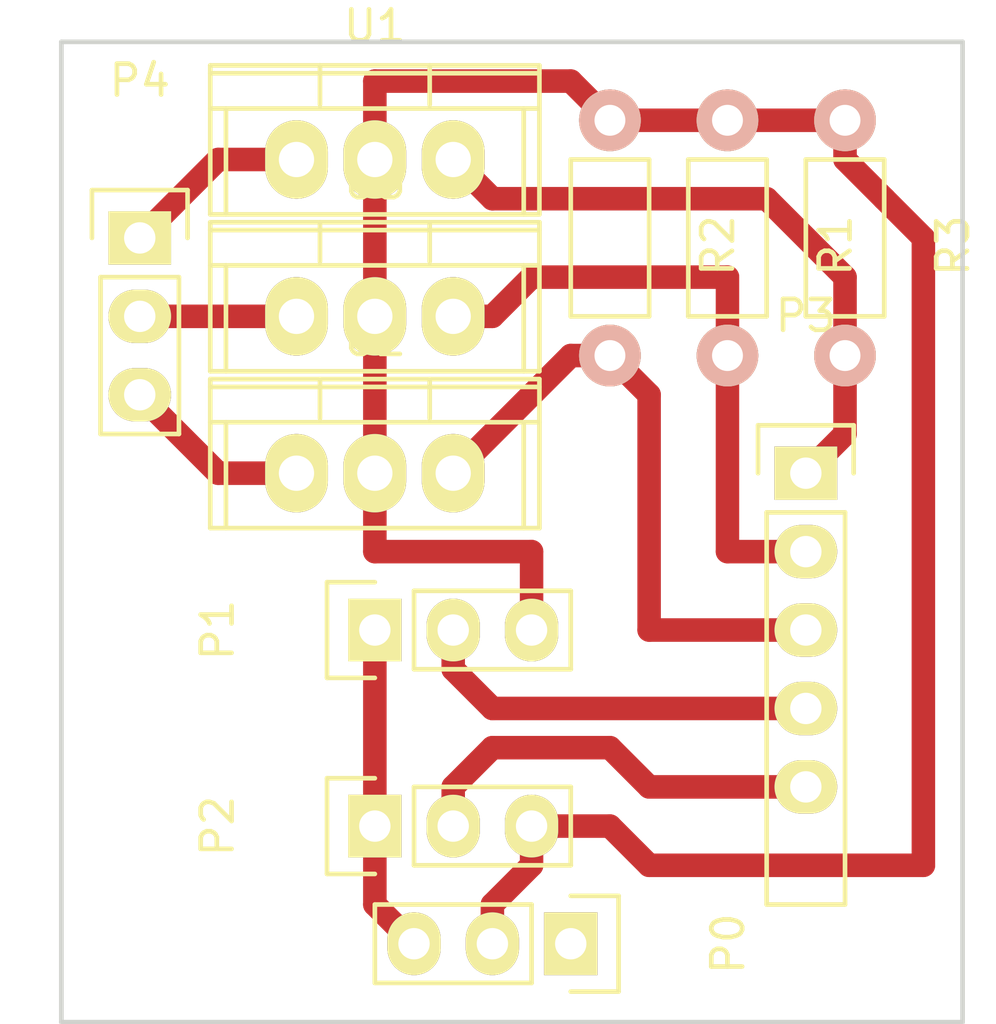
<source format=kicad_pcb>
(kicad_pcb (version 4) (host pcbnew 4.0.2+dfsg1-stable)

  (general
    (links 21)
    (no_connects 0)
    (area 134.820238 84.527 167.81262 118.259286)
    (thickness 1.6)
    (drawings 4)
    (tracks 53)
    (zones 0)
    (modules 11)
    (nets 12)
  )

  (page A4)
  (layers
    (0 F.Cu signal)
    (31 B.Cu signal)
    (32 B.Adhes user)
    (33 F.Adhes user)
    (34 B.Paste user)
    (35 F.Paste user)
    (36 B.SilkS user)
    (37 F.SilkS user)
    (38 B.Mask user)
    (39 F.Mask user)
    (40 Dwgs.User user)
    (41 Cmts.User user)
    (42 Eco1.User user)
    (43 Eco2.User user)
    (44 Edge.Cuts user)
    (45 Margin user)
    (46 B.CrtYd user)
    (47 F.CrtYd user)
    (48 B.Fab user)
    (49 F.Fab user)
  )

  (setup
    (last_trace_width 0.8)
    (trace_clearance 0.4)
    (zone_clearance 0.508)
    (zone_45_only no)
    (trace_min 0.2)
    (segment_width 0.2)
    (edge_width 0.15)
    (via_size 0.6)
    (via_drill 0.4)
    (via_min_size 0.4)
    (via_min_drill 0.3)
    (uvia_size 0.3)
    (uvia_drill 0.1)
    (uvias_allowed no)
    (uvia_min_size 0.2)
    (uvia_min_drill 0.1)
    (pcb_text_width 0.3)
    (pcb_text_size 1.5 1.5)
    (mod_edge_width 0.15)
    (mod_text_size 1 1)
    (mod_text_width 0.15)
    (pad_size 1.524 1.524)
    (pad_drill 0.762)
    (pad_to_mask_clearance 0.2)
    (aux_axis_origin 0 0)
    (visible_elements 7FFFFFFF)
    (pcbplotparams
      (layerselection 0x00030_80000001)
      (usegerberextensions false)
      (excludeedgelayer true)
      (linewidth 0.100000)
      (plotframeref false)
      (viasonmask false)
      (mode 1)
      (useauxorigin false)
      (hpglpennumber 1)
      (hpglpenspeed 20)
      (hpglpendiameter 15)
      (hpglpenoverlay 2)
      (psnegative false)
      (psa4output false)
      (plotreference true)
      (plotvalue true)
      (plotinvisibletext false)
      (padsonsilk false)
      (subtractmaskfromsilk false)
      (outputformat 1)
      (mirror false)
      (drillshape 1)
      (scaleselection 1)
      (outputdirectory output/))
  )

  (net 0 "")
  (net 1 "Net-(P0-Pad1)")
  (net 2 "Net-(P0-Pad2)")
  (net 3 "Net-(P0-Pad3)")
  (net 4 "Net-(P1-Pad2)")
  (net 5 "Net-(P2-Pad2)")
  (net 6 "Net-(P3-Pad1)")
  (net 7 "Net-(P3-Pad2)")
  (net 8 "Net-(P3-Pad3)")
  (net 9 "Net-(P4-Pad1)")
  (net 10 "Net-(P4-Pad2)")
  (net 11 "Net-(P4-Pad3)")

  (net_class Default "This is the default net class."
    (clearance 0.4)
    (trace_width 0.8)
    (via_dia 0.6)
    (via_drill 0.4)
    (uvia_dia 0.3)
    (uvia_drill 0.1)
  )

  (net_class Smaller ""
    (clearance 0.4)
    (trace_width 0.8)
    (via_dia 0.6)
    (via_drill 0.4)
    (uvia_dia 0.3)
    (uvia_drill 0.1)
  )

  (net_class Toner ""
    (clearance 0.381)
    (trace_width 0.762)
    (via_dia 0.6)
    (via_drill 0.4)
    (uvia_dia 0.3)
    (uvia_drill 0.1)
    (add_net "Net-(P0-Pad1)")
    (add_net "Net-(P0-Pad2)")
    (add_net "Net-(P0-Pad3)")
    (add_net "Net-(P1-Pad2)")
    (add_net "Net-(P2-Pad2)")
    (add_net "Net-(P3-Pad1)")
    (add_net "Net-(P3-Pad2)")
    (add_net "Net-(P3-Pad3)")
    (add_net "Net-(P4-Pad1)")
    (add_net "Net-(P4-Pad2)")
    (add_net "Net-(P4-Pad3)")
  )

  (module Pin_Headers:Pin_Header_Straight_1x03 (layer F.Cu) (tedit 0) (tstamp 58493356)
    (at 153.67 115.57 270)
    (descr "Through hole pin header")
    (tags "pin header")
    (path /5844AF75)
    (fp_text reference P0 (at 0 -5.1 270) (layer F.SilkS)
      (effects (font (size 1 1) (thickness 0.15)))
    )
    (fp_text value Power (at 0 -3.1 270) (layer F.Fab)
      (effects (font (size 1 1) (thickness 0.15)))
    )
    (fp_line (start -1.75 -1.75) (end -1.75 6.85) (layer F.CrtYd) (width 0.05))
    (fp_line (start 1.75 -1.75) (end 1.75 6.85) (layer F.CrtYd) (width 0.05))
    (fp_line (start -1.75 -1.75) (end 1.75 -1.75) (layer F.CrtYd) (width 0.05))
    (fp_line (start -1.75 6.85) (end 1.75 6.85) (layer F.CrtYd) (width 0.05))
    (fp_line (start -1.27 1.27) (end -1.27 6.35) (layer F.SilkS) (width 0.15))
    (fp_line (start -1.27 6.35) (end 1.27 6.35) (layer F.SilkS) (width 0.15))
    (fp_line (start 1.27 6.35) (end 1.27 1.27) (layer F.SilkS) (width 0.15))
    (fp_line (start 1.55 -1.55) (end 1.55 0) (layer F.SilkS) (width 0.15))
    (fp_line (start 1.27 1.27) (end -1.27 1.27) (layer F.SilkS) (width 0.15))
    (fp_line (start -1.55 0) (end -1.55 -1.55) (layer F.SilkS) (width 0.15))
    (fp_line (start -1.55 -1.55) (end 1.55 -1.55) (layer F.SilkS) (width 0.15))
    (pad 1 thru_hole rect (at 0 0 270) (size 2.032 1.7272) (drill 1.016) (layers *.Cu *.Mask F.SilkS)
      (net 1 "Net-(P0-Pad1)"))
    (pad 2 thru_hole oval (at 0 2.54 270) (size 2.032 1.7272) (drill 1.016) (layers *.Cu *.Mask F.SilkS)
      (net 2 "Net-(P0-Pad2)"))
    (pad 3 thru_hole oval (at 0 5.08 270) (size 2.032 1.7272) (drill 1.016) (layers *.Cu *.Mask F.SilkS)
      (net 3 "Net-(P0-Pad3)"))
    (model Pin_Headers.3dshapes/Pin_Header_Straight_1x03.wrl
      (at (xyz 0 -0.1 0))
      (scale (xyz 1 1 1))
      (rotate (xyz 0 0 90))
    )
  )

  (module Pin_Headers:Pin_Header_Straight_1x03 (layer F.Cu) (tedit 0) (tstamp 58493368)
    (at 147.32 105.41 90)
    (descr "Through hole pin header")
    (tags "pin header")
    (path /5844980B)
    (fp_text reference P1 (at 0 -5.1 90) (layer F.SilkS)
      (effects (font (size 1 1) (thickness 0.15)))
    )
    (fp_text value StarterRelay (at 0 -3.1 90) (layer F.Fab)
      (effects (font (size 1 1) (thickness 0.15)))
    )
    (fp_line (start -1.75 -1.75) (end -1.75 6.85) (layer F.CrtYd) (width 0.05))
    (fp_line (start 1.75 -1.75) (end 1.75 6.85) (layer F.CrtYd) (width 0.05))
    (fp_line (start -1.75 -1.75) (end 1.75 -1.75) (layer F.CrtYd) (width 0.05))
    (fp_line (start -1.75 6.85) (end 1.75 6.85) (layer F.CrtYd) (width 0.05))
    (fp_line (start -1.27 1.27) (end -1.27 6.35) (layer F.SilkS) (width 0.15))
    (fp_line (start -1.27 6.35) (end 1.27 6.35) (layer F.SilkS) (width 0.15))
    (fp_line (start 1.27 6.35) (end 1.27 1.27) (layer F.SilkS) (width 0.15))
    (fp_line (start 1.55 -1.55) (end 1.55 0) (layer F.SilkS) (width 0.15))
    (fp_line (start 1.27 1.27) (end -1.27 1.27) (layer F.SilkS) (width 0.15))
    (fp_line (start -1.55 0) (end -1.55 -1.55) (layer F.SilkS) (width 0.15))
    (fp_line (start -1.55 -1.55) (end 1.55 -1.55) (layer F.SilkS) (width 0.15))
    (pad 1 thru_hole rect (at 0 0 90) (size 2.032 1.7272) (drill 1.016) (layers *.Cu *.Mask F.SilkS)
      (net 3 "Net-(P0-Pad3)"))
    (pad 2 thru_hole oval (at 0 2.54 90) (size 2.032 1.7272) (drill 1.016) (layers *.Cu *.Mask F.SilkS)
      (net 4 "Net-(P1-Pad2)"))
    (pad 3 thru_hole oval (at 0 5.08 90) (size 2.032 1.7272) (drill 1.016) (layers *.Cu *.Mask F.SilkS)
      (net 2 "Net-(P0-Pad2)"))
    (model Pin_Headers.3dshapes/Pin_Header_Straight_1x03.wrl
      (at (xyz 0 -0.1 0))
      (scale (xyz 1 1 1))
      (rotate (xyz 0 0 90))
    )
  )

  (module Pin_Headers:Pin_Header_Straight_1x03 (layer F.Cu) (tedit 0) (tstamp 5849337A)
    (at 147.32 111.76 90)
    (descr "Through hole pin header")
    (tags "pin header")
    (path /5844974A)
    (fp_text reference P2 (at 0 -5.1 90) (layer F.SilkS)
      (effects (font (size 1 1) (thickness 0.15)))
    )
    (fp_text value IgnitionRelay (at 0 -3.1 90) (layer F.Fab)
      (effects (font (size 1 1) (thickness 0.15)))
    )
    (fp_line (start -1.75 -1.75) (end -1.75 6.85) (layer F.CrtYd) (width 0.05))
    (fp_line (start 1.75 -1.75) (end 1.75 6.85) (layer F.CrtYd) (width 0.05))
    (fp_line (start -1.75 -1.75) (end 1.75 -1.75) (layer F.CrtYd) (width 0.05))
    (fp_line (start -1.75 6.85) (end 1.75 6.85) (layer F.CrtYd) (width 0.05))
    (fp_line (start -1.27 1.27) (end -1.27 6.35) (layer F.SilkS) (width 0.15))
    (fp_line (start -1.27 6.35) (end 1.27 6.35) (layer F.SilkS) (width 0.15))
    (fp_line (start 1.27 6.35) (end 1.27 1.27) (layer F.SilkS) (width 0.15))
    (fp_line (start 1.55 -1.55) (end 1.55 0) (layer F.SilkS) (width 0.15))
    (fp_line (start 1.27 1.27) (end -1.27 1.27) (layer F.SilkS) (width 0.15))
    (fp_line (start -1.55 0) (end -1.55 -1.55) (layer F.SilkS) (width 0.15))
    (fp_line (start -1.55 -1.55) (end 1.55 -1.55) (layer F.SilkS) (width 0.15))
    (pad 1 thru_hole rect (at 0 0 90) (size 2.032 1.7272) (drill 1.016) (layers *.Cu *.Mask F.SilkS)
      (net 3 "Net-(P0-Pad3)"))
    (pad 2 thru_hole oval (at 0 2.54 90) (size 2.032 1.7272) (drill 1.016) (layers *.Cu *.Mask F.SilkS)
      (net 5 "Net-(P2-Pad2)"))
    (pad 3 thru_hole oval (at 0 5.08 90) (size 2.032 1.7272) (drill 1.016) (layers *.Cu *.Mask F.SilkS)
      (net 2 "Net-(P0-Pad2)"))
    (model Pin_Headers.3dshapes/Pin_Header_Straight_1x03.wrl
      (at (xyz 0 -0.1 0))
      (scale (xyz 1 1 1))
      (rotate (xyz 0 0 90))
    )
  )

  (module Pin_Headers:Pin_Header_Straight_1x06 (layer F.Cu) (tedit 584600C3) (tstamp 5849338F)
    (at 161.29 100.33)
    (descr "Through hole pin header")
    (tags "pin header")
    (path /584496F8)
    (fp_text reference P3 (at 0 -5.1) (layer F.SilkS)
      (effects (font (size 1 1) (thickness 0.15)))
    )
    (fp_text value DigisparkHeader (at 0 -3.1) (layer F.Fab)
      (effects (font (size 1 1) (thickness 0.15)))
    )
    (fp_line (start -1.75 -1.75) (end -1.75 14.45) (layer F.CrtYd) (width 0.05))
    (fp_line (start 1.75 -1.75) (end 1.75 14.45) (layer F.CrtYd) (width 0.05))
    (fp_line (start -1.75 -1.75) (end 1.75 -1.75) (layer F.CrtYd) (width 0.05))
    (fp_line (start -1.75 14.45) (end 1.75 14.45) (layer F.CrtYd) (width 0.05))
    (fp_line (start 1.27 1.27) (end 1.27 13.97) (layer F.SilkS) (width 0.15))
    (fp_line (start 1.27 13.97) (end -1.27 13.97) (layer F.SilkS) (width 0.15))
    (fp_line (start -1.27 13.97) (end -1.27 1.27) (layer F.SilkS) (width 0.15))
    (fp_line (start 1.55 -1.55) (end 1.55 0) (layer F.SilkS) (width 0.15))
    (fp_line (start 1.27 1.27) (end -1.27 1.27) (layer F.SilkS) (width 0.15))
    (fp_line (start -1.55 0) (end -1.55 -1.55) (layer F.SilkS) (width 0.15))
    (fp_line (start -1.55 -1.55) (end 1.55 -1.55) (layer F.SilkS) (width 0.15))
    (pad 1 thru_hole rect (at 0 0) (size 2.032 1.7272) (drill 1.016) (layers *.Cu *.Mask F.SilkS)
      (net 6 "Net-(P3-Pad1)"))
    (pad 2 thru_hole oval (at 0 2.54) (size 2.032 1.7272) (drill 1.016) (layers *.Cu *.Mask F.SilkS)
      (net 7 "Net-(P3-Pad2)"))
    (pad 3 thru_hole oval (at 0 5.08) (size 2.032 1.7272) (drill 1.016) (layers *.Cu *.Mask F.SilkS)
      (net 8 "Net-(P3-Pad3)"))
    (pad 4 thru_hole oval (at 0 7.62) (size 2.032 1.7272) (drill 1.016) (layers *.Cu *.Mask F.SilkS)
      (net 4 "Net-(P1-Pad2)"))
    (pad 5 thru_hole oval (at 0 10.16) (size 2.032 1.7272) (drill 1.016) (layers *.Cu *.Mask F.SilkS)
      (net 5 "Net-(P2-Pad2)"))
    (model Pin_Headers.3dshapes/Pin_Header_Straight_1x06.wrl
      (at (xyz 0 -0.25 0))
      (scale (xyz 1 1 1))
      (rotate (xyz 0 0 90))
    )
  )

  (module Pin_Headers:Pin_Header_Straight_1x03 (layer F.Cu) (tedit 0) (tstamp 584933A1)
    (at 139.7 92.71)
    (descr "Through hole pin header")
    (tags "pin header")
    (path /584497D7)
    (fp_text reference P4 (at 0 -5.1) (layer F.SilkS)
      (effects (font (size 1 1) (thickness 0.15)))
    )
    (fp_text value SensorInput (at 0 -3.1) (layer F.Fab)
      (effects (font (size 1 1) (thickness 0.15)))
    )
    (fp_line (start -1.75 -1.75) (end -1.75 6.85) (layer F.CrtYd) (width 0.05))
    (fp_line (start 1.75 -1.75) (end 1.75 6.85) (layer F.CrtYd) (width 0.05))
    (fp_line (start -1.75 -1.75) (end 1.75 -1.75) (layer F.CrtYd) (width 0.05))
    (fp_line (start -1.75 6.85) (end 1.75 6.85) (layer F.CrtYd) (width 0.05))
    (fp_line (start -1.27 1.27) (end -1.27 6.35) (layer F.SilkS) (width 0.15))
    (fp_line (start -1.27 6.35) (end 1.27 6.35) (layer F.SilkS) (width 0.15))
    (fp_line (start 1.27 6.35) (end 1.27 1.27) (layer F.SilkS) (width 0.15))
    (fp_line (start 1.55 -1.55) (end 1.55 0) (layer F.SilkS) (width 0.15))
    (fp_line (start 1.27 1.27) (end -1.27 1.27) (layer F.SilkS) (width 0.15))
    (fp_line (start -1.55 0) (end -1.55 -1.55) (layer F.SilkS) (width 0.15))
    (fp_line (start -1.55 -1.55) (end 1.55 -1.55) (layer F.SilkS) (width 0.15))
    (pad 1 thru_hole rect (at 0 0) (size 2.032 1.7272) (drill 1.016) (layers *.Cu *.Mask F.SilkS)
      (net 9 "Net-(P4-Pad1)"))
    (pad 2 thru_hole oval (at 0 2.54) (size 2.032 1.7272) (drill 1.016) (layers *.Cu *.Mask F.SilkS)
      (net 10 "Net-(P4-Pad2)"))
    (pad 3 thru_hole oval (at 0 5.08) (size 2.032 1.7272) (drill 1.016) (layers *.Cu *.Mask F.SilkS)
      (net 11 "Net-(P4-Pad3)"))
    (model Pin_Headers.3dshapes/Pin_Header_Straight_1x03.wrl
      (at (xyz 0 -0.1 0))
      (scale (xyz 1 1 1))
      (rotate (xyz 0 0 90))
    )
  )

  (module Resistors_ThroughHole:Resistor_Horizontal_RM7mm (layer F.Cu) (tedit 569FCF07) (tstamp 584933AF)
    (at 158.75 88.9 270)
    (descr "Resistor, Axial,  RM 7.62mm, 1/3W,")
    (tags "Resistor Axial RM 7.62mm 1/3W R3")
    (path /5844993B)
    (fp_text reference R1 (at 4.05892 -3.50012 270) (layer F.SilkS)
      (effects (font (size 1 1) (thickness 0.15)))
    )
    (fp_text value R (at 3.81 3.81 270) (layer F.Fab)
      (effects (font (size 1 1) (thickness 0.15)))
    )
    (fp_line (start -1.25 -1.5) (end 8.85 -1.5) (layer F.CrtYd) (width 0.05))
    (fp_line (start -1.25 1.5) (end -1.25 -1.5) (layer F.CrtYd) (width 0.05))
    (fp_line (start 8.85 -1.5) (end 8.85 1.5) (layer F.CrtYd) (width 0.05))
    (fp_line (start -1.25 1.5) (end 8.85 1.5) (layer F.CrtYd) (width 0.05))
    (fp_line (start 1.27 -1.27) (end 6.35 -1.27) (layer F.SilkS) (width 0.15))
    (fp_line (start 6.35 -1.27) (end 6.35 1.27) (layer F.SilkS) (width 0.15))
    (fp_line (start 6.35 1.27) (end 1.27 1.27) (layer F.SilkS) (width 0.15))
    (fp_line (start 1.27 1.27) (end 1.27 -1.27) (layer F.SilkS) (width 0.15))
    (pad 1 thru_hole circle (at 0 0 270) (size 1.99898 1.99898) (drill 1.00076) (layers *.Cu *.SilkS *.Mask)
      (net 2 "Net-(P0-Pad2)"))
    (pad 2 thru_hole circle (at 7.62 0 270) (size 1.99898 1.99898) (drill 1.00076) (layers *.Cu *.SilkS *.Mask)
      (net 7 "Net-(P3-Pad2)"))
  )

  (module Resistors_ThroughHole:Resistor_Horizontal_RM7mm (layer F.Cu) (tedit 569FCF07) (tstamp 584933BD)
    (at 154.94 88.9 270)
    (descr "Resistor, Axial,  RM 7.62mm, 1/3W,")
    (tags "Resistor Axial RM 7.62mm 1/3W R3")
    (path /584499A1)
    (fp_text reference R2 (at 4.05892 -3.50012 270) (layer F.SilkS)
      (effects (font (size 1 1) (thickness 0.15)))
    )
    (fp_text value R (at 3.81 3.81 270) (layer F.Fab)
      (effects (font (size 1 1) (thickness 0.15)))
    )
    (fp_line (start -1.25 -1.5) (end 8.85 -1.5) (layer F.CrtYd) (width 0.05))
    (fp_line (start -1.25 1.5) (end -1.25 -1.5) (layer F.CrtYd) (width 0.05))
    (fp_line (start 8.85 -1.5) (end 8.85 1.5) (layer F.CrtYd) (width 0.05))
    (fp_line (start -1.25 1.5) (end 8.85 1.5) (layer F.CrtYd) (width 0.05))
    (fp_line (start 1.27 -1.27) (end 6.35 -1.27) (layer F.SilkS) (width 0.15))
    (fp_line (start 6.35 -1.27) (end 6.35 1.27) (layer F.SilkS) (width 0.15))
    (fp_line (start 6.35 1.27) (end 1.27 1.27) (layer F.SilkS) (width 0.15))
    (fp_line (start 1.27 1.27) (end 1.27 -1.27) (layer F.SilkS) (width 0.15))
    (pad 1 thru_hole circle (at 0 0 270) (size 1.99898 1.99898) (drill 1.00076) (layers *.Cu *.SilkS *.Mask)
      (net 2 "Net-(P0-Pad2)"))
    (pad 2 thru_hole circle (at 7.62 0 270) (size 1.99898 1.99898) (drill 1.00076) (layers *.Cu *.SilkS *.Mask)
      (net 8 "Net-(P3-Pad3)"))
  )

  (module Resistors_ThroughHole:Resistor_Horizontal_RM7mm (layer F.Cu) (tedit 569FCF07) (tstamp 584933CB)
    (at 162.56 88.9 270)
    (descr "Resistor, Axial,  RM 7.62mm, 1/3W,")
    (tags "Resistor Axial RM 7.62mm 1/3W R3")
    (path /584499E8)
    (fp_text reference R3 (at 4.05892 -3.50012 270) (layer F.SilkS)
      (effects (font (size 1 1) (thickness 0.15)))
    )
    (fp_text value R (at 3.81 3.81 270) (layer F.Fab)
      (effects (font (size 1 1) (thickness 0.15)))
    )
    (fp_line (start -1.25 -1.5) (end 8.85 -1.5) (layer F.CrtYd) (width 0.05))
    (fp_line (start -1.25 1.5) (end -1.25 -1.5) (layer F.CrtYd) (width 0.05))
    (fp_line (start 8.85 -1.5) (end 8.85 1.5) (layer F.CrtYd) (width 0.05))
    (fp_line (start -1.25 1.5) (end 8.85 1.5) (layer F.CrtYd) (width 0.05))
    (fp_line (start 1.27 -1.27) (end 6.35 -1.27) (layer F.SilkS) (width 0.15))
    (fp_line (start 6.35 -1.27) (end 6.35 1.27) (layer F.SilkS) (width 0.15))
    (fp_line (start 6.35 1.27) (end 1.27 1.27) (layer F.SilkS) (width 0.15))
    (fp_line (start 1.27 1.27) (end 1.27 -1.27) (layer F.SilkS) (width 0.15))
    (pad 1 thru_hole circle (at 0 0 270) (size 1.99898 1.99898) (drill 1.00076) (layers *.Cu *.SilkS *.Mask)
      (net 2 "Net-(P0-Pad2)"))
    (pad 2 thru_hole circle (at 7.62 0 270) (size 1.99898 1.99898) (drill 1.00076) (layers *.Cu *.SilkS *.Mask)
      (net 6 "Net-(P3-Pad1)"))
  )

  (module Power_Integrations:TO-220 (layer F.Cu) (tedit 0) (tstamp 584933DC)
    (at 147.32 90.17)
    (descr "Non Isolated JEDEC TO-220 Package")
    (tags "Power Integration YN Package")
    (path /5844C14A)
    (fp_text reference U1 (at 0 -4.318) (layer F.SilkS)
      (effects (font (size 1 1) (thickness 0.15)))
    )
    (fp_text value LM7805CT (at 0 -4.318) (layer F.Fab)
      (effects (font (size 1 1) (thickness 0.15)))
    )
    (fp_line (start 4.826 -1.651) (end 4.826 1.778) (layer F.SilkS) (width 0.15))
    (fp_line (start -4.826 -1.651) (end -4.826 1.778) (layer F.SilkS) (width 0.15))
    (fp_line (start 5.334 -2.794) (end -5.334 -2.794) (layer F.SilkS) (width 0.15))
    (fp_line (start 1.778 -1.778) (end 1.778 -3.048) (layer F.SilkS) (width 0.15))
    (fp_line (start -1.778 -1.778) (end -1.778 -3.048) (layer F.SilkS) (width 0.15))
    (fp_line (start -5.334 -1.651) (end 5.334 -1.651) (layer F.SilkS) (width 0.15))
    (fp_line (start 5.334 1.778) (end -5.334 1.778) (layer F.SilkS) (width 0.15))
    (fp_line (start -5.334 -3.048) (end -5.334 1.778) (layer F.SilkS) (width 0.15))
    (fp_line (start 5.334 -3.048) (end 5.334 1.778) (layer F.SilkS) (width 0.15))
    (fp_line (start 5.334 -3.048) (end -5.334 -3.048) (layer F.SilkS) (width 0.15))
    (pad 2 thru_hole oval (at 0 0) (size 2.032 2.54) (drill 1.143) (layers *.Cu *.Mask F.SilkS)
      (net 2 "Net-(P0-Pad2)"))
    (pad 3 thru_hole oval (at 2.54 0) (size 2.032 2.54) (drill 1.143) (layers *.Cu *.Mask F.SilkS)
      (net 6 "Net-(P3-Pad1)"))
    (pad 1 thru_hole oval (at -2.54 0) (size 2.032 2.54) (drill 1.143) (layers *.Cu *.Mask F.SilkS)
      (net 9 "Net-(P4-Pad1)"))
  )

  (module Power_Integrations:TO-220 (layer F.Cu) (tedit 0) (tstamp 584933ED)
    (at 147.32 100.33)
    (descr "Non Isolated JEDEC TO-220 Package")
    (tags "Power Integration YN Package")
    (path /5844C252)
    (fp_text reference U2 (at 0 -4.318) (layer F.SilkS)
      (effects (font (size 1 1) (thickness 0.15)))
    )
    (fp_text value LM7805CT (at 0 -4.318) (layer F.Fab)
      (effects (font (size 1 1) (thickness 0.15)))
    )
    (fp_line (start 4.826 -1.651) (end 4.826 1.778) (layer F.SilkS) (width 0.15))
    (fp_line (start -4.826 -1.651) (end -4.826 1.778) (layer F.SilkS) (width 0.15))
    (fp_line (start 5.334 -2.794) (end -5.334 -2.794) (layer F.SilkS) (width 0.15))
    (fp_line (start 1.778 -1.778) (end 1.778 -3.048) (layer F.SilkS) (width 0.15))
    (fp_line (start -1.778 -1.778) (end -1.778 -3.048) (layer F.SilkS) (width 0.15))
    (fp_line (start -5.334 -1.651) (end 5.334 -1.651) (layer F.SilkS) (width 0.15))
    (fp_line (start 5.334 1.778) (end -5.334 1.778) (layer F.SilkS) (width 0.15))
    (fp_line (start -5.334 -3.048) (end -5.334 1.778) (layer F.SilkS) (width 0.15))
    (fp_line (start 5.334 -3.048) (end 5.334 1.778) (layer F.SilkS) (width 0.15))
    (fp_line (start 5.334 -3.048) (end -5.334 -3.048) (layer F.SilkS) (width 0.15))
    (pad 2 thru_hole oval (at 0 0) (size 2.032 2.54) (drill 1.143) (layers *.Cu *.Mask F.SilkS)
      (net 2 "Net-(P0-Pad2)"))
    (pad 3 thru_hole oval (at 2.54 0) (size 2.032 2.54) (drill 1.143) (layers *.Cu *.Mask F.SilkS)
      (net 8 "Net-(P3-Pad3)"))
    (pad 1 thru_hole oval (at -2.54 0) (size 2.032 2.54) (drill 1.143) (layers *.Cu *.Mask F.SilkS)
      (net 11 "Net-(P4-Pad3)"))
  )

  (module Power_Integrations:TO-220 (layer F.Cu) (tedit 0) (tstamp 584933FE)
    (at 147.32 95.25)
    (descr "Non Isolated JEDEC TO-220 Package")
    (tags "Power Integration YN Package")
    (path /5844C285)
    (fp_text reference U3 (at 0 -4.318) (layer F.SilkS)
      (effects (font (size 1 1) (thickness 0.15)))
    )
    (fp_text value LM7805CT (at 0 -4.318) (layer F.Fab)
      (effects (font (size 1 1) (thickness 0.15)))
    )
    (fp_line (start 4.826 -1.651) (end 4.826 1.778) (layer F.SilkS) (width 0.15))
    (fp_line (start -4.826 -1.651) (end -4.826 1.778) (layer F.SilkS) (width 0.15))
    (fp_line (start 5.334 -2.794) (end -5.334 -2.794) (layer F.SilkS) (width 0.15))
    (fp_line (start 1.778 -1.778) (end 1.778 -3.048) (layer F.SilkS) (width 0.15))
    (fp_line (start -1.778 -1.778) (end -1.778 -3.048) (layer F.SilkS) (width 0.15))
    (fp_line (start -5.334 -1.651) (end 5.334 -1.651) (layer F.SilkS) (width 0.15))
    (fp_line (start 5.334 1.778) (end -5.334 1.778) (layer F.SilkS) (width 0.15))
    (fp_line (start -5.334 -3.048) (end -5.334 1.778) (layer F.SilkS) (width 0.15))
    (fp_line (start 5.334 -3.048) (end 5.334 1.778) (layer F.SilkS) (width 0.15))
    (fp_line (start 5.334 -3.048) (end -5.334 -3.048) (layer F.SilkS) (width 0.15))
    (pad 2 thru_hole oval (at 0 0) (size 2.032 2.54) (drill 1.143) (layers *.Cu *.Mask F.SilkS)
      (net 2 "Net-(P0-Pad2)"))
    (pad 3 thru_hole oval (at 2.54 0) (size 2.032 2.54) (drill 1.143) (layers *.Cu *.Mask F.SilkS)
      (net 7 "Net-(P3-Pad2)"))
    (pad 1 thru_hole oval (at -2.54 0) (size 2.032 2.54) (drill 1.143) (layers *.Cu *.Mask F.SilkS)
      (net 10 "Net-(P4-Pad2)"))
  )

  (gr_line (start 137.16 118.11) (end 137.16 86.36) (angle 90) (layer Edge.Cuts) (width 0.15))
  (gr_line (start 166.37 118.11) (end 137.16 118.11) (angle 90) (layer Edge.Cuts) (width 0.15))
  (gr_line (start 166.37 86.36) (end 166.37 118.11) (angle 90) (layer Edge.Cuts) (width 0.15))
  (gr_line (start 137.16 86.36) (end 166.37 86.36) (angle 90) (layer Edge.Cuts) (width 0.15))

  (segment (start 147.32 90.17) (end 147.32 87.63) (width 0.762) (layer F.Cu) (net 2) (status 400000))
  (segment (start 153.67 87.63) (end 154.94 88.9) (width 0.762) (layer F.Cu) (net 2) (tstamp 58460102) (status 800000))
  (segment (start 147.32 87.63) (end 153.67 87.63) (width 0.762) (layer F.Cu) (net 2) (tstamp 58460101))
  (segment (start 162.56 88.9) (end 162.56 90.17) (width 0.762) (layer F.Cu) (net 2) (status 400000))
  (segment (start 154.94 111.76) (end 152.4 111.76) (width 0.762) (layer F.Cu) (net 2) (tstamp 584600EC) (status 800000))
  (segment (start 156.21 113.03) (end 154.94 111.76) (width 0.762) (layer F.Cu) (net 2) (tstamp 584600E7))
  (segment (start 165.1 113.03) (end 156.21 113.03) (width 0.762) (layer F.Cu) (net 2) (tstamp 584600E3))
  (segment (start 165.1 92.71) (end 165.1 113.03) (width 0.762) (layer F.Cu) (net 2) (tstamp 584600DD))
  (segment (start 163.83 91.44) (end 165.1 92.71) (width 0.762) (layer F.Cu) (net 2) (tstamp 584600D9))
  (segment (start 162.56 90.17) (end 163.83 91.44) (width 0.762) (layer F.Cu) (net 2) (tstamp 584600D8))
  (segment (start 152.4 105.41) (end 152.4 102.87) (width 0.762) (layer F.Cu) (net 2))
  (segment (start 147.32 102.87) (end 147.32 100.33) (width 0.762) (layer F.Cu) (net 2) (tstamp 5845FF81))
  (segment (start 152.4 102.87) (end 147.32 102.87) (width 0.762) (layer F.Cu) (net 2) (tstamp 5845FF7F))
  (segment (start 147.32 100.33) (end 147.32 95.25) (width 0.762) (layer F.Cu) (net 2) (tstamp 5845FF83))
  (segment (start 147.32 95.25) (end 147.32 90.17) (width 0.762) (layer F.Cu) (net 2) (tstamp 5845FF86))
  (segment (start 151.13 115.57) (end 151.13 114.3) (width 0.762) (layer F.Cu) (net 2))
  (segment (start 151.13 114.3) (end 152.4 113.03) (width 0.762) (layer F.Cu) (net 2) (tstamp 5845FF78))
  (segment (start 152.4 113.03) (end 152.4 111.76) (width 0.762) (layer F.Cu) (net 2) (tstamp 5845FF7C))
  (segment (start 154.94 88.9) (end 158.75 88.9) (width 0.762) (layer F.Cu) (net 2) (tstamp 5845FEF6))
  (segment (start 158.75 88.9) (end 162.56 88.9) (width 0.762) (layer F.Cu) (net 2) (tstamp 5845FEF8))
  (segment (start 147.32 111.76) (end 147.32 105.41) (width 0.762) (layer F.Cu) (net 3))
  (segment (start 148.59 115.57) (end 147.32 114.3) (width 0.762) (layer F.Cu) (net 3))
  (segment (start 147.32 114.3) (end 147.32 111.76) (width 0.762) (layer F.Cu) (net 3) (tstamp 5845FFB4))
  (segment (start 149.86 105.41) (end 149.86 106.68) (width 0.762) (layer F.Cu) (net 4))
  (segment (start 151.13 107.95) (end 161.29 107.95) (width 0.762) (layer F.Cu) (net 4) (tstamp 5845FFFF))
  (segment (start 149.86 106.68) (end 151.13 107.95) (width 0.762) (layer F.Cu) (net 4) (tstamp 5845FFFD))
  (segment (start 149.86 111.76) (end 149.86 110.49) (width 0.762) (layer F.Cu) (net 5))
  (segment (start 156.21 110.49) (end 161.29 110.49) (width 0.762) (layer F.Cu) (net 5) (tstamp 5845FFF0))
  (segment (start 154.94 109.22) (end 156.21 110.49) (width 0.762) (layer F.Cu) (net 5) (tstamp 5845FFE8))
  (segment (start 151.13 109.22) (end 154.94 109.22) (width 0.762) (layer F.Cu) (net 5) (tstamp 5845FFE3))
  (segment (start 149.86 110.49) (end 151.13 109.22) (width 0.762) (layer F.Cu) (net 5) (tstamp 5845FFDF))
  (segment (start 162.56 96.52) (end 162.56 93.98) (width 0.762) (layer F.Cu) (net 6))
  (segment (start 151.13 91.44) (end 149.86 90.17) (width 0.762) (layer F.Cu) (net 6) (tstamp 58460039))
  (segment (start 160.02 91.44) (end 151.13 91.44) (width 0.762) (layer F.Cu) (net 6) (tstamp 58460034))
  (segment (start 162.56 93.98) (end 160.02 91.44) (width 0.762) (layer F.Cu) (net 6) (tstamp 5846002A))
  (segment (start 161.29 100.33) (end 162.56 99.06) (width 0.762) (layer F.Cu) (net 6))
  (segment (start 162.56 99.06) (end 162.56 96.52) (width 0.762) (layer F.Cu) (net 6) (tstamp 5845FF08))
  (segment (start 161.29 102.87) (end 158.75 102.87) (width 0.762) (layer F.Cu) (net 7))
  (segment (start 158.75 102.87) (end 158.75 96.52) (width 0.762) (layer F.Cu) (net 7) (tstamp 5845FF23))
  (segment (start 158.75 96.52) (end 158.75 93.98) (width 0.762) (layer F.Cu) (net 7) (tstamp 5845FF25))
  (segment (start 158.75 93.98) (end 152.4 93.98) (width 0.762) (layer F.Cu) (net 7) (tstamp 5845FF28))
  (segment (start 152.4 93.98) (end 151.13 95.25) (width 0.762) (layer F.Cu) (net 7) (tstamp 5845FF2B))
  (segment (start 151.13 95.25) (end 149.86 95.25) (width 0.762) (layer F.Cu) (net 7) (tstamp 5845FF2E))
  (segment (start 161.29 105.41) (end 156.21 105.41) (width 0.762) (layer F.Cu) (net 8) (status 400000))
  (segment (start 156.21 97.79) (end 154.94 96.52) (width 0.762) (layer F.Cu) (net 8) (tstamp 58460119) (status 800000))
  (segment (start 156.21 105.41) (end 156.21 97.79) (width 0.762) (layer F.Cu) (net 8) (tstamp 58460117))
  (segment (start 154.94 96.52) (end 153.67 96.52) (width 0.762) (layer F.Cu) (net 8) (tstamp 58460125) (status 400000))
  (segment (start 153.67 96.52) (end 149.86 100.33) (width 0.762) (layer F.Cu) (net 8) (tstamp 58460126) (status 800000))
  (segment (start 144.78 90.17) (end 142.24 90.17) (width 0.762) (layer F.Cu) (net 9))
  (segment (start 142.24 90.17) (end 139.7 92.71) (width 0.762) (layer F.Cu) (net 9) (tstamp 5845FFAD))
  (segment (start 144.78 95.25) (end 139.7 95.25) (width 0.762) (layer F.Cu) (net 10))
  (segment (start 144.78 100.33) (end 142.24 100.33) (width 0.762) (layer F.Cu) (net 11))
  (segment (start 142.24 100.33) (end 139.7 97.79) (width 0.762) (layer F.Cu) (net 11) (tstamp 5845FFAA))

)

</source>
